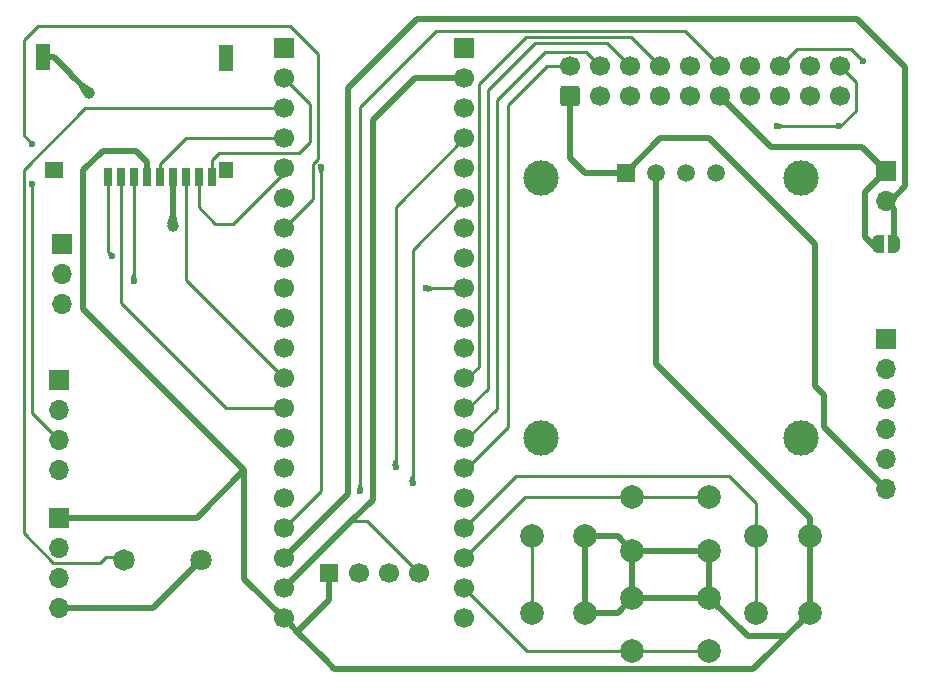
<source format=gbr>
%TF.GenerationSoftware,KiCad,Pcbnew,8.0.5*%
%TF.CreationDate,2024-12-26T15:28:07+01:00*%
%TF.ProjectId,sdiskII_stm32,73646973-6b49-4495-9f73-746d33322e6b,3*%
%TF.SameCoordinates,Original*%
%TF.FileFunction,Copper,L1,Top*%
%TF.FilePolarity,Positive*%
%FSLAX46Y46*%
G04 Gerber Fmt 4.6, Leading zero omitted, Abs format (unit mm)*
G04 Created by KiCad (PCBNEW 8.0.5) date 2024-12-26 15:28:07*
%MOMM*%
%LPD*%
G01*
G04 APERTURE LIST*
G04 Aperture macros list*
%AMRoundRect*
0 Rectangle with rounded corners*
0 $1 Rounding radius*
0 $2 $3 $4 $5 $6 $7 $8 $9 X,Y pos of 4 corners*
0 Add a 4 corners polygon primitive as box body*
4,1,4,$2,$3,$4,$5,$6,$7,$8,$9,$2,$3,0*
0 Add four circle primitives for the rounded corners*
1,1,$1+$1,$2,$3*
1,1,$1+$1,$4,$5*
1,1,$1+$1,$6,$7*
1,1,$1+$1,$8,$9*
0 Add four rect primitives between the rounded corners*
20,1,$1+$1,$2,$3,$4,$5,0*
20,1,$1+$1,$4,$5,$6,$7,0*
20,1,$1+$1,$6,$7,$8,$9,0*
20,1,$1+$1,$8,$9,$2,$3,0*%
%AMFreePoly0*
4,1,19,0.500000,-0.750000,0.000000,-0.750000,0.000000,-0.744911,-0.071157,-0.744911,-0.207708,-0.704816,-0.327430,-0.627875,-0.420627,-0.520320,-0.479746,-0.390866,-0.500000,-0.250000,-0.500000,0.250000,-0.479746,0.390866,-0.420627,0.520320,-0.327430,0.627875,-0.207708,0.704816,-0.071157,0.744911,0.000000,0.744911,0.000000,0.750000,0.500000,0.750000,0.500000,-0.750000,0.500000,-0.750000,
$1*%
%AMFreePoly1*
4,1,19,0.000000,0.744911,0.071157,0.744911,0.207708,0.704816,0.327430,0.627875,0.420627,0.520320,0.479746,0.390866,0.500000,0.250000,0.500000,-0.250000,0.479746,-0.390866,0.420627,-0.520320,0.327430,-0.627875,0.207708,-0.704816,0.071157,-0.744911,0.000000,-0.744911,0.000000,-0.750000,-0.500000,-0.750000,-0.500000,0.750000,0.000000,0.750000,0.000000,0.744911,0.000000,0.744911,
$1*%
G04 Aperture macros list end*
%TA.AperFunction,ComponentPad*%
%ADD10RoundRect,0.250000X0.600000X-0.600000X0.600000X0.600000X-0.600000X0.600000X-0.600000X-0.600000X0*%
%TD*%
%TA.AperFunction,ComponentPad*%
%ADD11C,1.700000*%
%TD*%
%TA.AperFunction,ComponentPad*%
%ADD12R,1.700000X1.700000*%
%TD*%
%TA.AperFunction,ComponentPad*%
%ADD13O,1.700000X1.700000*%
%TD*%
%TA.AperFunction,ComponentPad*%
%ADD14C,2.000000*%
%TD*%
%TA.AperFunction,ComponentPad*%
%ADD15C,1.824000*%
%TD*%
%TA.AperFunction,ComponentPad*%
%ADD16C,1.800000*%
%TD*%
%TA.AperFunction,ComponentPad*%
%ADD17R,1.524000X1.524000*%
%TD*%
%TA.AperFunction,SMDPad,CuDef*%
%ADD18FreePoly0,180.000000*%
%TD*%
%TA.AperFunction,SMDPad,CuDef*%
%ADD19FreePoly1,180.000000*%
%TD*%
%TA.AperFunction,ComponentPad*%
%ADD20R,1.508000X1.508000*%
%TD*%
%TA.AperFunction,ComponentPad*%
%ADD21C,1.508000*%
%TD*%
%TA.AperFunction,ComponentPad*%
%ADD22C,3.000000*%
%TD*%
%TA.AperFunction,SMDPad,CuDef*%
%ADD23R,1.600000X1.400000*%
%TD*%
%TA.AperFunction,SMDPad,CuDef*%
%ADD24R,1.200000X2.200000*%
%TD*%
%TA.AperFunction,SMDPad,CuDef*%
%ADD25R,0.700000X1.600000*%
%TD*%
%TA.AperFunction,SMDPad,CuDef*%
%ADD26R,1.200000X1.400000*%
%TD*%
%TA.AperFunction,ViaPad*%
%ADD27C,1.000000*%
%TD*%
%TA.AperFunction,ViaPad*%
%ADD28C,0.600000*%
%TD*%
%TA.AperFunction,Conductor*%
%ADD29C,0.500000*%
%TD*%
%TA.AperFunction,Conductor*%
%ADD30C,0.250000*%
%TD*%
G04 APERTURE END LIST*
D10*
%TO.P,J2,1,Pin_1*%
%TO.N,GND*%
X178290000Y-92490000D03*
D11*
%TO.P,J2,2,Pin_2*%
%TO.N,STEP0*%
X178290000Y-89950000D03*
%TO.P,J2,3,Pin_3*%
%TO.N,GND*%
X180830000Y-92490000D03*
%TO.P,J2,4,Pin_4*%
%TO.N,STEP1*%
X180830000Y-89950000D03*
%TO.P,J2,5,Pin_5*%
%TO.N,GND*%
X183370000Y-92490000D03*
%TO.P,J2,6,Pin_6*%
%TO.N,STEP2*%
X183370000Y-89950000D03*
%TO.P,J2,7,Pin_7*%
%TO.N,3.5DSK*%
X185910000Y-92490000D03*
%TO.P,J2,8,Pin_8*%
%TO.N,STEP3*%
X185910000Y-89950000D03*
%TO.P,J2,9,Pin_9*%
%TO.N,unconnected-(J2-Pin_9-Pad9)*%
X188450000Y-92490000D03*
%TO.P,J2,10,Pin_10*%
%TO.N,WR_REQ*%
X188450000Y-89950000D03*
%TO.P,J2,11,Pin_11*%
%TO.N,VCC*%
X190990000Y-92490000D03*
%TO.P,J2,12,Pin_12*%
%TO.N,SELECT*%
X190990000Y-89950000D03*
%TO.P,J2,13,Pin_13*%
%TO.N,unconnected-(J2-Pin_13-Pad13)*%
X193530000Y-92490000D03*
%TO.P,J2,14,Pin_14*%
%TO.N,DEVICE_ENABLE*%
X193530000Y-89950000D03*
%TO.P,J2,15,Pin_15*%
%TO.N,unconnected-(J2-Pin_15-Pad15)*%
X196070000Y-92490000D03*
%TO.P,J2,16,Pin_16*%
%TO.N,RD_DATA*%
X196070000Y-89950000D03*
%TO.P,J2,17,Pin_17*%
%TO.N,unconnected-(J2-Pin_17-Pad17)*%
X198610000Y-92490000D03*
%TO.P,J2,18,Pin_18*%
%TO.N,WR_DATA*%
X198610000Y-89950000D03*
%TO.P,J2,19,Pin_19*%
%TO.N,unconnected-(J2-Pin_19-Pad19)*%
X201150000Y-92490000D03*
%TO.P,J2,20,Pin_20*%
%TO.N,WR_PROTECT*%
X201150000Y-89950000D03*
%TD*%
D12*
%TO.P,J3,1,Pin_1*%
%TO.N,RD_DATA*%
X205000000Y-113050000D03*
D13*
%TO.P,J3,2,Pin_2*%
%TO.N,WR_REQ*%
X205000000Y-115590000D03*
%TO.P,J3,3,Pin_3*%
%TO.N,DEVICE_ENABLE*%
X205000000Y-118130000D03*
%TO.P,J3,4,Pin_4*%
%TO.N,WR_PROTECT*%
X205000000Y-120670000D03*
%TO.P,J3,5,Pin_5*%
%TO.N,WR_DATA*%
X205000000Y-123210000D03*
%TO.P,J3,6,Pin_6*%
%TO.N,GND*%
X205000000Y-125750000D03*
%TD*%
D14*
%TO.P,UP1,1,1*%
%TO.N,+3.3V*%
X190040000Y-130950000D03*
X183540000Y-130950000D03*
%TO.P,UP1,2,2*%
%TO.N,BTN_UP*%
X190040000Y-126450000D03*
X183540000Y-126450000D03*
%TD*%
D12*
%TO.P,DEBUG,1,Pin_1*%
%TO.N,TIM2_CH3*%
X135000000Y-116500000D03*
D13*
%TO.P,DEBUG,2,Pin_2*%
%TO.N,TIM3_CH4*%
X135000000Y-119040000D03*
%TO.P,DEBUG,3,Pin_3*%
%TO.N,DEBUG*%
X135000000Y-121580000D03*
%TO.P,DEBUG,4,Pin_4*%
%TO.N,GND*%
X135000000Y-124120000D03*
%TD*%
D15*
%TO.P,BZ1,1,+*%
%TO.N,TIM1_CH2N*%
X140500000Y-131750000D03*
D16*
%TO.P,BZ1,2,-*%
%TO.N,GND*%
X147000000Y-131750000D03*
%TD*%
D12*
%TO.P,J4,1,Pin_1*%
%TO.N,USART1_TX*%
X135240000Y-104975000D03*
D13*
%TO.P,J4,2,Pin_2*%
%TO.N,USART1_RX*%
X135240000Y-107515000D03*
%TO.P,J4,3,Pin_3*%
%TO.N,GND*%
X135240000Y-110055000D03*
%TD*%
D12*
%TO.P,\u03BCC1,1,B12*%
%TO.N,BTN_RET*%
X154050000Y-88440000D03*
D11*
%TO.P,\u03BCC1,2,B13*%
%TO.N,SD_EJECT*%
X154050000Y-90980000D03*
%TO.P,\u03BCC1,3,B14*%
%TO.N,TIM1_CH2N*%
X154050000Y-93520000D03*
%TO.P,\u03BCC1,4,B15*%
%TO.N,SDIO_CK*%
X154050000Y-96060000D03*
%TO.P,\u03BCC1,5,A8*%
%TO.N,SDIO_D1*%
X154050000Y-98600000D03*
%TO.P,\u03BCC1,6,A9*%
%TO.N,SDIO_D2*%
X154050000Y-101140000D03*
%TO.P,\u03BCC1,7,A10*%
%TO.N,DEBUG*%
X154050000Y-103680000D03*
%TO.P,\u03BCC1,8,A11*%
%TO.N,3.5DSK*%
X154050000Y-106220000D03*
%TO.P,\u03BCC1,9,A12*%
%TO.N,unconnected-(\u03BCC1-A12-Pad9)*%
X154050000Y-108760000D03*
%TO.P,\u03BCC1,10,A15*%
%TO.N,USART1_TX*%
X154050000Y-111300000D03*
%TO.P,\u03BCC1,11,B3*%
%TO.N,USART1_RX*%
X154050000Y-113840000D03*
%TO.P,\u03BCC1,12,B4*%
%TO.N,SDIO_DO*%
X154050000Y-116380000D03*
%TO.P,\u03BCC1,13,B5*%
%TO.N,SDIO_D3*%
X154050000Y-118920000D03*
%TO.P,\u03BCC1,14,B6*%
%TO.N,I2C_SCL*%
X154050000Y-121460000D03*
%TO.P,\u03BCC1,15,B7*%
%TO.N,I2C_SDA*%
X154050000Y-124000000D03*
%TO.P,\u03BCC1,16,B8*%
%TO.N,SELECT*%
X154050000Y-126540000D03*
%TO.P,\u03BCC1,17,B9*%
%TO.N,WR_REQ*%
X154050000Y-129080000D03*
%TO.P,\u03BCC1,18,5Vi*%
%TO.N,PWR_IN*%
X154050000Y-131620000D03*
%TO.P,\u03BCC1,19,GNDi*%
%TO.N,GND*%
X154050000Y-134160000D03*
%TO.P,\u03BCC1,20,3.3i*%
%TO.N,+3.3V*%
X154050000Y-136700000D03*
%TO.P,\u03BCC1,21,VB*%
%TO.N,unconnected-(\u03BCC1-VB-Pad21)*%
X169290000Y-136700000D03*
%TO.P,\u03BCC1,22,C13*%
%TO.N,BTN_DOWN*%
X169290000Y-134160000D03*
%TO.P,\u03BCC1,23,C14*%
%TO.N,BTN_UP*%
X169290000Y-131620000D03*
%TO.P,\u03BCC1,24,C15*%
%TO.N,BTN_ENTR*%
X169290000Y-129080000D03*
%TO.P,\u03BCC1,25,R*%
%TO.N,unconnected-(\u03BCC1-R-Pad25)*%
X169290000Y-126540000D03*
%TO.P,\u03BCC1,26,A0*%
%TO.N,STEP0*%
X169290000Y-124000000D03*
%TO.P,\u03BCC1,27,A1*%
%TO.N,STEP1*%
X169290000Y-121460000D03*
%TO.P,\u03BCC1,28,A2*%
%TO.N,STEP2*%
X169290000Y-118920000D03*
%TO.P,\u03BCC1,29,A3*%
%TO.N,STEP3*%
X169290000Y-116380000D03*
%TO.P,\u03BCC1,30,A4*%
%TO.N,DEVICE_ENABLE*%
X169290000Y-113840000D03*
%TO.P,\u03BCC1,31,A5*%
%TO.N,WR_DATA*%
X169290000Y-111300000D03*
%TO.P,\u03BCC1,32,A6*%
%TO.N,SDIO_CMD*%
X169290000Y-108760000D03*
%TO.P,\u03BCC1,33,A7*%
%TO.N,WR_DATA*%
X169290000Y-106220000D03*
%TO.P,\u03BCC1,34,B0*%
%TO.N,RD_DATA*%
X169290000Y-103680000D03*
%TO.P,\u03BCC1,35,B1*%
%TO.N,TIM3_CH4*%
X169290000Y-101140000D03*
%TO.P,\u03BCC1,36,B2*%
%TO.N,WR_PROTECT*%
X169290000Y-98600000D03*
%TO.P,\u03BCC1,37,B10*%
%TO.N,TIM2_CH3*%
X169290000Y-96060000D03*
%TO.P,\u03BCC1,38,3.3ii*%
%TO.N,unconnected-(\u03BCC1-3.3ii-Pad38)*%
X169290000Y-93520000D03*
%TO.P,\u03BCC1,39,GNDii*%
%TO.N,GND*%
X169290000Y-90980000D03*
D12*
%TO.P,\u03BCC1,40,5Vii*%
%TO.N,unconnected-(\u03BCC1-5Vii-Pad40)*%
X169290000Y-88440000D03*
D17*
%TO.P,\u03BCC1,41,3.3V*%
%TO.N,+3.3V*%
X157860000Y-132890000D03*
D11*
%TO.P,\u03BCC1,42,SDIO*%
%TO.N,SDIO*%
X160400000Y-132890000D03*
%TO.P,\u03BCC1,43,SCK*%
%TO.N,SCK*%
X162940000Y-132890000D03*
%TO.P,\u03BCC1,44,GND*%
%TO.N,GND*%
X165480000Y-132890000D03*
%TD*%
D18*
%TO.P,JP1,1,A*%
%TO.N,PWR_IN*%
X205650000Y-105000000D03*
D19*
%TO.P,JP1,2,B*%
%TO.N,VCC*%
X204350000Y-105000000D03*
%TD*%
D12*
%TO.P,J1,1,Pin_1*%
%TO.N,VCC*%
X205000000Y-98810000D03*
D13*
%TO.P,J1,2,Pin_2*%
%TO.N,PWR_IN*%
X205000000Y-101350000D03*
%TD*%
D14*
%TO.P,ENTR1,1,1*%
%TO.N,+3.3V*%
X198540000Y-129700000D03*
X198540000Y-136200000D03*
%TO.P,ENTR1,2,2*%
%TO.N,BTN_ENTR*%
X194040000Y-129700000D03*
X194040000Y-136200000D03*
%TD*%
D12*
%TO.P,J6,1,Pin_1*%
%TO.N,+3.3V*%
X135000000Y-128180000D03*
D13*
%TO.P,J6,2,Pin_2*%
%TO.N,SDIO*%
X135000000Y-130720000D03*
%TO.P,J6,3,Pin_3*%
%TO.N,SCK*%
X135000000Y-133260000D03*
%TO.P,J6,4,Pin_4*%
%TO.N,GND*%
X135000000Y-135800000D03*
%TD*%
D20*
%TO.P,U8,1,GND*%
%TO.N,GND*%
X182980000Y-98950000D03*
D21*
%TO.P,U8,2,VCC_IN*%
%TO.N,+3.3V*%
X185520000Y-98950000D03*
%TO.P,U8,3,SCL*%
%TO.N,I2C_SCL*%
X188060000Y-98950000D03*
%TO.P,U8,4,SDA*%
%TO.N,I2C_SDA*%
X190600000Y-98950000D03*
D22*
%TO.P,U8,S1*%
%TO.N,N/C*%
X175790000Y-99450000D03*
%TO.P,U8,S2*%
X197790000Y-99450000D03*
%TO.P,U8,S3*%
X197790000Y-121450000D03*
%TO.P,U8,S4*%
X175790000Y-121450000D03*
%TD*%
D23*
%TO.P,U2,*%
%TO.N,*%
X134540000Y-98750000D03*
D24*
X149140000Y-89250000D03*
D25*
%TO.P,U2,1,D2*%
%TO.N,SDIO_D2*%
X139140000Y-99350000D03*
%TO.P,U2,2,D3*%
%TO.N,SDIO_D3*%
X140240000Y-99350000D03*
%TO.P,U2,3,CMD*%
%TO.N,SDIO_CMD*%
X141340000Y-99350000D03*
%TO.P,U2,4,VDD*%
%TO.N,+3.3V*%
X142440000Y-99350000D03*
%TO.P,U2,5,SCLK*%
%TO.N,SDIO_CK*%
X143540000Y-99350000D03*
%TO.P,U2,6,GND*%
%TO.N,GND*%
X144640000Y-99350000D03*
%TO.P,U2,7,DO*%
%TO.N,SDIO_DO*%
X145740000Y-99350000D03*
%TO.P,U2,8,D1*%
%TO.N,SDIO_D1*%
X146840000Y-99350000D03*
%TO.P,U2,9,CD*%
%TO.N,SD_EJECT*%
X147940000Y-99350000D03*
D26*
%TO.P,U2,10,GND*%
%TO.N,GND*%
X149140000Y-98750000D03*
D24*
%TO.P,U2,~*%
X133640000Y-89150000D03*
%TD*%
D14*
%TO.P,RET1,1,1*%
%TO.N,+3.3V*%
X179540000Y-129700000D03*
X179540000Y-136200000D03*
%TO.P,RET1,2,2*%
%TO.N,BTN_RET*%
X175040000Y-129700000D03*
X175040000Y-136200000D03*
%TD*%
%TO.P,DOWN1,1,1*%
%TO.N,+3.3V*%
X183540000Y-134950000D03*
X190040000Y-134950000D03*
%TO.P,DOWN1,2,2*%
%TO.N,BTN_DOWN*%
X183540000Y-139450000D03*
X190040000Y-139450000D03*
%TD*%
D27*
%TO.N,GND*%
X144640000Y-103500000D03*
X137540000Y-92250000D03*
D28*
%TO.N,WR_REQ*%
X157190000Y-98500000D03*
%TO.N,WR_PROTECT*%
X201000000Y-95025000D03*
X195750000Y-95025000D03*
%TO.N,RD_DATA*%
X203050000Y-89500000D03*
%TO.N,SDIO_CMD*%
X141340000Y-108100000D03*
X166040000Y-108760000D03*
%TO.N,SDIO_D2*%
X139490000Y-106050000D03*
%TO.N,DEBUG*%
X132750000Y-99900000D03*
X132750000Y-96500000D03*
%TO.N,TIM3_CH4*%
X164940000Y-125250000D03*
%TO.N,SELECT*%
X160500000Y-125925000D03*
%TO.N,TIM2_CH3*%
X163490000Y-123900000D03*
%TD*%
D29*
%TO.N,GND*%
X178300000Y-97100000D02*
X178290000Y-97090000D01*
D30*
X161075000Y-128485000D02*
X159725000Y-128485000D01*
D29*
X136040000Y-90650000D02*
X136040000Y-90640000D01*
X161540000Y-94526341D02*
X161540000Y-126670000D01*
X190020000Y-96020000D02*
X185910000Y-96020000D01*
D30*
X137540000Y-92250000D02*
X137540000Y-92150000D01*
D29*
X165116341Y-90950000D02*
X161540000Y-94526341D01*
X179550000Y-98950000D02*
X178300000Y-97700000D01*
X159725000Y-128485000D02*
X154050000Y-134160000D01*
X182980000Y-98950000D02*
X179550000Y-98950000D01*
X199750000Y-117750000D02*
X199000000Y-117000000D01*
X178300000Y-97700000D02*
X178300000Y-97100000D01*
X178290000Y-97090000D02*
X178290000Y-92490000D01*
X205000000Y-125750000D02*
X199750000Y-120500000D01*
X199750000Y-120500000D02*
X199750000Y-117750000D01*
D30*
X165480000Y-132890000D02*
X161075000Y-128485000D01*
D29*
X168659000Y-90980000D02*
X168659000Y-90950000D01*
X165116341Y-90950000D02*
X165146341Y-90980000D01*
X199000000Y-117000000D02*
X199000000Y-105000000D01*
X185910000Y-96020000D02*
X182980000Y-98950000D01*
X137540000Y-92150000D02*
X136040000Y-90650000D01*
X144640000Y-103500000D02*
X144640000Y-99583884D01*
X135240000Y-135800000D02*
X142950000Y-135800000D01*
X161540000Y-126670000D02*
X159725000Y-128485000D01*
X134550000Y-89150000D02*
X133640000Y-89150000D01*
X142950000Y-135800000D02*
X147000000Y-131750000D01*
X165146341Y-90980000D02*
X169290000Y-90980000D01*
X199000000Y-105000000D02*
X190020000Y-96020000D01*
X136040000Y-90640000D02*
X134550000Y-89150000D01*
%TO.N,VCC*%
X202940000Y-96750000D02*
X205000000Y-98810000D01*
X205000000Y-98650000D02*
X204840000Y-98810000D01*
X205000000Y-98810000D02*
X203250000Y-100560000D01*
X203250000Y-100560000D02*
X203250000Y-104400000D01*
X203250000Y-104400000D02*
X204350000Y-105500000D01*
X195250000Y-96750000D02*
X202940000Y-96750000D01*
X190990000Y-92490000D02*
X195250000Y-96750000D01*
D30*
%TO.N,STEP2*%
X175290000Y-87950000D02*
X175040000Y-88200000D01*
X171290000Y-117250000D02*
X169620000Y-118920000D01*
X181370000Y-87950000D02*
X175290000Y-87950000D01*
X175040000Y-88200000D02*
X171290000Y-91950000D01*
X171290000Y-91950000D02*
X171290000Y-117250000D01*
X183370000Y-89950000D02*
X181370000Y-87950000D01*
%TO.N,WR_REQ*%
X157190000Y-125940000D02*
X154050000Y-129080000D01*
X157190000Y-98500000D02*
X157190000Y-125940000D01*
X204895000Y-115490000D02*
X204895000Y-115395000D01*
%TO.N,STEP3*%
X170540000Y-91450000D02*
X170540000Y-115415000D01*
X183410000Y-87450000D02*
X174540000Y-87450000D01*
X170540000Y-115415000D02*
X169575000Y-116380000D01*
X174540000Y-87450000D02*
X170540000Y-91450000D01*
X185910000Y-89950000D02*
X183410000Y-87450000D01*
%TO.N,STEP0*%
X173040000Y-93200000D02*
X173040000Y-120500000D01*
X176290000Y-89950000D02*
X173040000Y-93200000D01*
X173040000Y-120500000D02*
X169540000Y-124000000D01*
X178290000Y-89950000D02*
X176290000Y-89950000D01*
%TO.N,STEP1*%
X176165000Y-88700000D02*
X175865000Y-89000000D01*
X175865000Y-89000000D02*
X172040000Y-92825000D01*
X172040000Y-92825000D02*
X172040000Y-119000000D01*
X179580000Y-88700000D02*
X176165000Y-88700000D01*
X180830000Y-89950000D02*
X179580000Y-88700000D01*
X172040000Y-119000000D02*
X169580000Y-121460000D01*
%TO.N,WR_PROTECT*%
X202440000Y-93700000D02*
X202440000Y-91240000D01*
X202440000Y-91240000D02*
X201150000Y-89950000D01*
X201115000Y-95025000D02*
X202440000Y-93700000D01*
X195750000Y-95025000D02*
X201000000Y-95025000D01*
X201000000Y-95025000D02*
X201115000Y-95025000D01*
%TO.N,BTN_DOWN*%
X183540000Y-139450000D02*
X190040000Y-139450000D01*
X174580000Y-139450000D02*
X169290000Y-134160000D01*
X183540000Y-139450000D02*
X174580000Y-139450000D01*
%TO.N,BTN_ENTR*%
X191740213Y-124650213D02*
X173719787Y-124650213D01*
X173719787Y-124650213D02*
X169290000Y-129080000D01*
X194040000Y-126950000D02*
X191740213Y-124650213D01*
X194040000Y-129700000D02*
X194040000Y-136200000D01*
X194040000Y-129700000D02*
X194040000Y-126950000D01*
%TO.N,BTN_RET*%
X175040000Y-136200000D02*
X175040000Y-129700000D01*
%TO.N,BTN_UP*%
X190040000Y-126450000D02*
X183540000Y-126450000D01*
X183540000Y-126450000D02*
X174460000Y-126450000D01*
X174460000Y-126450000D02*
X169290000Y-131620000D01*
D29*
%TO.N,+3.3V*%
X190040000Y-134950000D02*
X190040000Y-130950000D01*
X183540000Y-130950000D02*
X182290000Y-129700000D01*
X185520000Y-115180000D02*
X198540000Y-128200000D01*
X150690000Y-124150000D02*
X137040000Y-110500000D01*
X190040000Y-130950000D02*
X183540000Y-130950000D01*
X137040000Y-110500000D02*
X137040000Y-98760000D01*
X138700000Y-97100000D02*
X141490000Y-97100000D01*
X157860000Y-132890000D02*
X157860000Y-135130000D01*
X155170000Y-137820000D02*
X154602250Y-137252250D01*
X185520000Y-98950000D02*
X185520000Y-115180000D01*
X137040000Y-98760000D02*
X138700000Y-97100000D01*
X142440000Y-98050000D02*
X142440000Y-99350000D01*
X198540000Y-136200000D02*
X193790000Y-140950000D01*
X157860000Y-135130000D02*
X155170000Y-137820000D01*
X183540000Y-134950000D02*
X190040000Y-134950000D01*
X179540000Y-136200000D02*
X179540000Y-129700000D01*
X157590000Y-140240000D02*
X155170000Y-137820000D01*
X135190000Y-128180000D02*
X146660000Y-128180000D01*
X196540000Y-138200000D02*
X193290000Y-138200000D01*
X198540000Y-129700000D02*
X198540000Y-136200000D01*
X182290000Y-136200000D02*
X183540000Y-134950000D01*
X179540000Y-136200000D02*
X182290000Y-136200000D01*
X158300000Y-140950000D02*
X157590000Y-140240000D01*
X146660000Y-128180000D02*
X150690000Y-124150000D01*
X141490000Y-97100000D02*
X142440000Y-98050000D01*
X150690000Y-133340000D02*
X154050000Y-136700000D01*
X182290000Y-129700000D02*
X179540000Y-129700000D01*
X150690000Y-124150000D02*
X150690000Y-133340000D01*
X193790000Y-140950000D02*
X158300000Y-140950000D01*
X193290000Y-138200000D02*
X190040000Y-134950000D01*
X198540000Y-128200000D02*
X198540000Y-129700000D01*
X183540000Y-134950000D02*
X183540000Y-130950000D01*
D30*
%TO.N,RD_DATA*%
X202050000Y-88500000D02*
X197520000Y-88500000D01*
X203050000Y-89500000D02*
X202050000Y-88500000D01*
X197520000Y-88500000D02*
X196070000Y-89950000D01*
%TO.N,SDIO_DO*%
X154050000Y-116380000D02*
X145740000Y-108070000D01*
X145740000Y-108070000D02*
X145740000Y-99350000D01*
%TO.N,SD_EJECT*%
X148515000Y-97285000D02*
X147940000Y-97860000D01*
X148515000Y-97285000D02*
X155305000Y-97285000D01*
X147940000Y-97860000D02*
X147940000Y-99350000D01*
X156240000Y-93170000D02*
X154050000Y-90980000D01*
X156240000Y-96350000D02*
X156240000Y-93170000D01*
X155305000Y-97285000D02*
X156240000Y-96350000D01*
%TO.N,SDIO_CK*%
X143540000Y-98260000D02*
X145740000Y-96060000D01*
X143540000Y-98260000D02*
X143540000Y-99350000D01*
X145740000Y-96060000D02*
X154050000Y-96060000D01*
%TO.N,SDIO_D1*%
X148240000Y-103300000D02*
X146840000Y-101900000D01*
X146840000Y-101900000D02*
X146840000Y-99350000D01*
X154050000Y-98990000D02*
X149740000Y-103300000D01*
X149740000Y-103300000D02*
X148240000Y-103300000D01*
X154050000Y-98600000D02*
X154050000Y-98990000D01*
D29*
%TO.N,PWR_IN*%
X205000000Y-101350000D02*
X205650000Y-102000000D01*
X205650000Y-102000000D02*
X205650000Y-105500000D01*
X165290000Y-85950000D02*
X202540000Y-85950000D01*
X154050000Y-131620000D02*
X154050000Y-131590000D01*
X159450000Y-126190000D02*
X159450000Y-91790000D01*
X206640000Y-100110000D02*
X205400000Y-101350000D01*
X159450000Y-91790000D02*
X165290000Y-85950000D01*
X154050000Y-131590000D02*
X159450000Y-126190000D01*
X205400000Y-101350000D02*
X204840000Y-101350000D01*
X206640000Y-90050000D02*
X206640000Y-100110000D01*
X202540000Y-85950000D02*
X206640000Y-90050000D01*
D30*
%TO.N,SDIO_CMD*%
X141340000Y-108100000D02*
X141340000Y-99350000D01*
X169290000Y-108760000D02*
X166040000Y-108760000D01*
%TO.N,SDIO_D2*%
X139490000Y-106050000D02*
X139140000Y-105700000D01*
X139140000Y-105700000D02*
X139140000Y-99350000D01*
%TO.N,SDIO_D3*%
X140240000Y-110000000D02*
X140240000Y-99350000D01*
X154050000Y-118920000D02*
X149160000Y-118920000D01*
X149160000Y-118920000D02*
X140240000Y-110000000D01*
%TO.N,DEBUG*%
X133250000Y-86500000D02*
X132000000Y-87750000D01*
X154050000Y-103680000D02*
X156515000Y-101215000D01*
X156910405Y-97825000D02*
X156910405Y-88884288D01*
X132750000Y-99900000D02*
X132750000Y-119330000D01*
X156910405Y-88884288D02*
X154526117Y-86500000D01*
X132000000Y-87750000D02*
X132000000Y-95750000D01*
X156515000Y-101215000D02*
X156515000Y-98220405D01*
X154526117Y-86500000D02*
X133250000Y-86500000D01*
X156515000Y-98220405D02*
X156910405Y-97825000D01*
X132000000Y-95750000D02*
X132750000Y-96500000D01*
X132750000Y-119330000D02*
X135000000Y-121580000D01*
%TO.N,TIM3_CH4*%
X164940000Y-105490000D02*
X164940000Y-125250000D01*
X169290000Y-101140000D02*
X164940000Y-105490000D01*
%TO.N,SELECT*%
X160500000Y-93400000D02*
X166950000Y-86950000D01*
X160500000Y-125925000D02*
X160500000Y-93400000D01*
X187990000Y-86950000D02*
X190990000Y-89950000D01*
X166950000Y-86950000D02*
X187990000Y-86950000D01*
X160500000Y-125925000D02*
X160375000Y-125800000D01*
%TO.N,TIM1_CH2N*%
X132000000Y-129500000D02*
X134500000Y-132000000D01*
X139000000Y-131500000D02*
X140500000Y-131500000D01*
X154050000Y-93520000D02*
X137230000Y-93520000D01*
X138500000Y-132000000D02*
X139000000Y-131500000D01*
X137230000Y-93520000D02*
X132000000Y-98750000D01*
X134500000Y-132000000D02*
X138500000Y-132000000D01*
X132000000Y-98750000D02*
X132000000Y-129500000D01*
%TO.N,TIM2_CH3*%
X163490000Y-101860000D02*
X163490000Y-123900000D01*
X169290000Y-96060000D02*
X163490000Y-101860000D01*
%TD*%
%TA.AperFunction,Conductor*%
%TO.N,GND*%
G36*
X137077643Y-91331619D02*
G01*
X137882048Y-91888482D01*
X137886900Y-91896009D01*
X137885009Y-91904761D01*
X137883679Y-91906359D01*
X137542365Y-92249042D01*
X137538532Y-92251603D01*
X137088320Y-92437114D01*
X137079366Y-92437097D01*
X137073296Y-92431318D01*
X136719604Y-91687071D01*
X136719149Y-91678130D01*
X136721897Y-91673780D01*
X137062712Y-91332965D01*
X137070984Y-91329539D01*
X137077643Y-91331619D01*
G37*
%TD.AperFunction*%
%TD*%
%TA.AperFunction,Conductor*%
%TO.N,GND*%
G36*
X144889244Y-102503427D02*
G01*
X144892289Y-102508734D01*
X145099357Y-103298806D01*
X145098139Y-103307677D01*
X145092536Y-103312573D01*
X144644497Y-103499127D01*
X144635543Y-103499144D01*
X144635503Y-103499127D01*
X144187463Y-103312573D01*
X144181142Y-103306229D01*
X144180642Y-103298806D01*
X144387711Y-102508734D01*
X144393124Y-102501600D01*
X144399029Y-102500000D01*
X144880971Y-102500000D01*
X144889244Y-102503427D01*
G37*
%TD.AperFunction*%
%TD*%
%TA.AperFunction,Conductor*%
%TO.N,WR_REQ*%
G36*
X157457318Y-98610691D02*
G01*
X157463629Y-98617042D01*
X157463970Y-98624987D01*
X157317571Y-99091801D01*
X157311825Y-99098670D01*
X157306407Y-99100000D01*
X157073593Y-99100000D01*
X157065320Y-99096573D01*
X157062429Y-99091801D01*
X156916029Y-98624987D01*
X156916823Y-98616068D01*
X156922679Y-98610692D01*
X157185490Y-98500883D01*
X157194444Y-98500857D01*
X157457318Y-98610691D01*
G37*
%TD.AperFunction*%
%TD*%
%TA.AperFunction,Conductor*%
%TO.N,WR_PROTECT*%
G36*
X196341802Y-94897429D02*
G01*
X196348670Y-94903174D01*
X196350000Y-94908592D01*
X196350000Y-95141407D01*
X196346573Y-95149680D01*
X196341801Y-95152571D01*
X195874987Y-95298970D01*
X195866068Y-95298176D01*
X195860691Y-95292318D01*
X195750883Y-95029509D01*
X195750857Y-95020556D01*
X195750862Y-95020542D01*
X195860691Y-94757680D01*
X195867042Y-94751370D01*
X195874986Y-94751029D01*
X196341802Y-94897429D01*
G37*
%TD.AperFunction*%
%TD*%
%TA.AperFunction,Conductor*%
%TO.N,SDIO_CMD*%
G36*
X141464680Y-107503427D02*
G01*
X141467571Y-107508199D01*
X141613970Y-107975012D01*
X141613176Y-107983931D01*
X141607317Y-107989309D01*
X141344511Y-108099115D01*
X141335556Y-108099142D01*
X141335489Y-108099115D01*
X141072682Y-107989309D01*
X141066370Y-107982957D01*
X141066029Y-107975013D01*
X141212429Y-107508199D01*
X141218175Y-107501330D01*
X141223593Y-107500000D01*
X141456407Y-107500000D01*
X141464680Y-107503427D01*
G37*
%TD.AperFunction*%
%TD*%
%TA.AperFunction,Conductor*%
%TO.N,SDIO_CMD*%
G36*
X166631802Y-108632429D02*
G01*
X166638670Y-108638174D01*
X166640000Y-108643592D01*
X166640000Y-108876407D01*
X166636573Y-108884680D01*
X166631801Y-108887571D01*
X166164987Y-109033970D01*
X166156068Y-109033176D01*
X166150691Y-109027318D01*
X166040883Y-108764509D01*
X166040857Y-108755556D01*
X166040862Y-108755542D01*
X166150691Y-108492680D01*
X166157042Y-108486370D01*
X166164986Y-108486029D01*
X166631802Y-108632429D01*
G37*
%TD.AperFunction*%
%TD*%
%TA.AperFunction,Conductor*%
%TO.N,SDIO_D2*%
G36*
X139267548Y-105596307D02*
G01*
X139595341Y-105767882D01*
X139601080Y-105774754D01*
X139600729Y-105782711D01*
X139491860Y-106046493D01*
X139485536Y-106052833D01*
X139485489Y-106052852D01*
X139224276Y-106160107D01*
X139215321Y-106160080D01*
X139209009Y-106153728D01*
X139208785Y-106153136D01*
X139020394Y-105610510D01*
X139020918Y-105601572D01*
X139027610Y-105595621D01*
X139031447Y-105594974D01*
X139262123Y-105594974D01*
X139267548Y-105596307D01*
G37*
%TD.AperFunction*%
%TD*%
%TA.AperFunction,Conductor*%
%TO.N,TIM3_CH4*%
G36*
X165064680Y-124653427D02*
G01*
X165067571Y-124658199D01*
X165213970Y-125125012D01*
X165213176Y-125133931D01*
X165207317Y-125139309D01*
X164944511Y-125249115D01*
X164935556Y-125249142D01*
X164935489Y-125249115D01*
X164672682Y-125139309D01*
X164666370Y-125132957D01*
X164666029Y-125125013D01*
X164812429Y-124658199D01*
X164818175Y-124651330D01*
X164823593Y-124650000D01*
X165056407Y-124650000D01*
X165064680Y-124653427D01*
G37*
%TD.AperFunction*%
%TD*%
%TA.AperFunction,Conductor*%
%TO.N,SELECT*%
G36*
X160624680Y-125328427D02*
G01*
X160627571Y-125333199D01*
X160773970Y-125800012D01*
X160773176Y-125808931D01*
X160767317Y-125814309D01*
X160504511Y-125924115D01*
X160495556Y-125924142D01*
X160495489Y-125924115D01*
X160232682Y-125814309D01*
X160226370Y-125807957D01*
X160226029Y-125800013D01*
X160372429Y-125333199D01*
X160378175Y-125326330D01*
X160383593Y-125325000D01*
X160616407Y-125325000D01*
X160624680Y-125328427D01*
G37*
%TD.AperFunction*%
%TD*%
%TA.AperFunction,Conductor*%
%TO.N,TIM2_CH3*%
G36*
X163614680Y-123303427D02*
G01*
X163617571Y-123308199D01*
X163763970Y-123775012D01*
X163763176Y-123783931D01*
X163757317Y-123789309D01*
X163494511Y-123899115D01*
X163485556Y-123899142D01*
X163485489Y-123899115D01*
X163222682Y-123789309D01*
X163216370Y-123782957D01*
X163216029Y-123775013D01*
X163362429Y-123308199D01*
X163368175Y-123301330D01*
X163373593Y-123300000D01*
X163606407Y-123300000D01*
X163614680Y-123303427D01*
G37*
%TD.AperFunction*%
%TD*%
M02*

</source>
